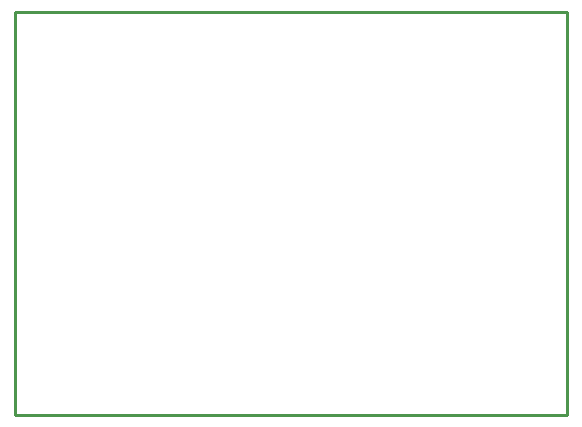
<source format=gko>
G04*
G04 #@! TF.GenerationSoftware,Altium Limited,Altium Designer,18.1.7 (191)*
G04*
G04 Layer_Color=16711935*
%FSLAX25Y25*%
%MOIN*%
G70*
G01*
G75*
%ADD15C,0.01000*%
D15*
X-12300Y156000D02*
X171500D01*
X-12300Y21500D02*
Y156000D01*
Y21500D02*
X171500D01*
Y156000D01*
M02*

</source>
